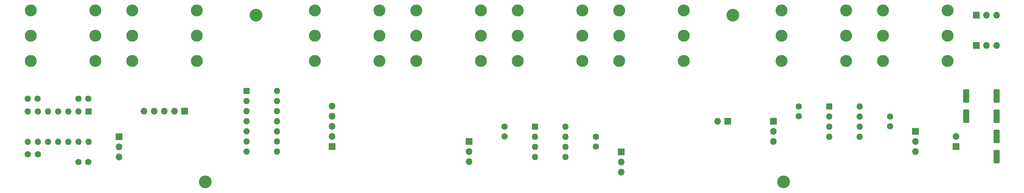
<source format=gbr>
%TF.GenerationSoftware,KiCad,Pcbnew,(6.0.10)*%
%TF.CreationDate,2023-04-08T13:18:27+03:00*%
%TF.ProjectId,DelSol_Mixer,44656c53-6f6c-45f4-9d69-7865722e6b69,rev?*%
%TF.SameCoordinates,Original*%
%TF.FileFunction,Soldermask,Top*%
%TF.FilePolarity,Negative*%
%FSLAX46Y46*%
G04 Gerber Fmt 4.6, Leading zero omitted, Abs format (unit mm)*
G04 Created by KiCad (PCBNEW (6.0.10)) date 2023-04-08 13:18:27*
%MOMM*%
%LPD*%
G01*
G04 APERTURE LIST*
G04 Aperture macros list*
%AMRoundRect*
0 Rectangle with rounded corners*
0 $1 Rounding radius*
0 $2 $3 $4 $5 $6 $7 $8 $9 X,Y pos of 4 corners*
0 Add a 4 corners polygon primitive as box body*
4,1,4,$2,$3,$4,$5,$6,$7,$8,$9,$2,$3,0*
0 Add four circle primitives for the rounded corners*
1,1,$1+$1,$2,$3*
1,1,$1+$1,$4,$5*
1,1,$1+$1,$6,$7*
1,1,$1+$1,$8,$9*
0 Add four rect primitives between the rounded corners*
20,1,$1+$1,$2,$3,$4,$5,0*
20,1,$1+$1,$4,$5,$6,$7,0*
20,1,$1+$1,$6,$7,$8,$9,0*
20,1,$1+$1,$8,$9,$2,$3,0*%
G04 Aperture macros list end*
%ADD10R,1.700000X1.700000*%
%ADD11O,1.700000X1.700000*%
%ADD12C,3.200000*%
%ADD13C,3.000000*%
%ADD14RoundRect,0.250000X0.550000X-1.412500X0.550000X1.412500X-0.550000X1.412500X-0.550000X-1.412500X0*%
%ADD15RoundRect,0.250000X-0.550000X1.412500X-0.550000X-1.412500X0.550000X-1.412500X0.550000X1.412500X0*%
%ADD16C,1.600000*%
%ADD17R,1.600000X1.600000*%
%ADD18O,1.600000X1.600000*%
G04 APERTURE END LIST*
D10*
X238760000Y-52070000D03*
D11*
X238760000Y-54610000D03*
X238760000Y-57150000D03*
D12*
X205740000Y-64770000D03*
D13*
X88405000Y-28025000D03*
X104635000Y-28025000D03*
X88405000Y-21675000D03*
X104635000Y-21675000D03*
X88405000Y-34375000D03*
X104635000Y-34375000D03*
D14*
X259080000Y-58417500D03*
X259080000Y-53342500D03*
D10*
X127000000Y-54610000D03*
D11*
X127000000Y-57150000D03*
X127000000Y-59690000D03*
D15*
X251460000Y-43182500D03*
X251460000Y-48257500D03*
D10*
X254000000Y-22860000D03*
D11*
X256540000Y-22860000D03*
X259080000Y-22860000D03*
D13*
X230645000Y-28025000D03*
X246875000Y-28025000D03*
X230645000Y-21675000D03*
X246875000Y-21675000D03*
X230645000Y-34375000D03*
X246875000Y-34375000D03*
X139205000Y-28025000D03*
X155435000Y-28025000D03*
X139205000Y-21675000D03*
X155435000Y-21675000D03*
X139205000Y-34375000D03*
X155435000Y-34375000D03*
D16*
X135890000Y-53340000D03*
X135890000Y-50840000D03*
D13*
X205245000Y-28025000D03*
X221475000Y-28025000D03*
X205245000Y-21675000D03*
X221475000Y-21675000D03*
X205245000Y-34375000D03*
X221475000Y-34375000D03*
D10*
X55875000Y-46990000D03*
D11*
X53335000Y-46990000D03*
X50795000Y-46990000D03*
X48255000Y-46990000D03*
X45715000Y-46990000D03*
D16*
X209550000Y-48260000D03*
X209550000Y-45760000D03*
D12*
X73660000Y-22860000D03*
D13*
X17285000Y-28025000D03*
X33515000Y-28025000D03*
X17285000Y-21675000D03*
X33515000Y-21675000D03*
X17285000Y-34375000D03*
X33515000Y-34375000D03*
D16*
X29210000Y-43815000D03*
X31710000Y-43815000D03*
D10*
X191770000Y-49530000D03*
D11*
X189230000Y-49530000D03*
D10*
X248920000Y-55880000D03*
D11*
X248920000Y-53340000D03*
D12*
X193040000Y-22860000D03*
D13*
X164605000Y-28025000D03*
X180835000Y-28025000D03*
X164605000Y-21675000D03*
X180835000Y-21675000D03*
X164605000Y-34375000D03*
X180835000Y-34375000D03*
D16*
X29215000Y-59700000D03*
X31715000Y-59700000D03*
D13*
X42685000Y-28025000D03*
X58915000Y-28025000D03*
X42685000Y-21675000D03*
X58915000Y-21675000D03*
X42685000Y-34375000D03*
X58915000Y-34375000D03*
D14*
X259080000Y-48257500D03*
X259080000Y-43182500D03*
D10*
X39370000Y-53355000D03*
D11*
X39370000Y-55895000D03*
X39370000Y-58435000D03*
D12*
X60960000Y-64770000D03*
D17*
X217180000Y-45730000D03*
D18*
X217180000Y-48270000D03*
X217180000Y-50810000D03*
X217180000Y-53350000D03*
X224800000Y-53350000D03*
X224800000Y-50810000D03*
X224800000Y-48270000D03*
X224800000Y-45730000D03*
D10*
X203200000Y-49530000D03*
D11*
X203200000Y-52070000D03*
X203200000Y-54610000D03*
D17*
X71300000Y-41910000D03*
D18*
X71300000Y-44450000D03*
X71300000Y-46990000D03*
X71300000Y-49530000D03*
X71300000Y-52070000D03*
X71300000Y-54610000D03*
X71300000Y-57150000D03*
X78920000Y-57150000D03*
X78920000Y-54610000D03*
X78920000Y-52070000D03*
X78920000Y-49530000D03*
X78920000Y-46990000D03*
X78920000Y-44450000D03*
X78920000Y-41910000D03*
D17*
X143520000Y-50810000D03*
D18*
X143520000Y-53350000D03*
X143520000Y-55890000D03*
X143520000Y-58430000D03*
X151140000Y-58430000D03*
X151140000Y-55890000D03*
X151140000Y-53350000D03*
X151140000Y-50810000D03*
D16*
X158750000Y-55880000D03*
X158750000Y-53380000D03*
D10*
X254000000Y-30480000D03*
D11*
X256540000Y-30480000D03*
X259080000Y-30480000D03*
D17*
X31755000Y-47000000D03*
D18*
X29215000Y-47000000D03*
X26675000Y-47000000D03*
X24135000Y-47000000D03*
X21595000Y-47000000D03*
X19055000Y-47000000D03*
X16515000Y-47000000D03*
X16515000Y-54620000D03*
X19055000Y-54620000D03*
X21595000Y-54620000D03*
X24135000Y-54620000D03*
X26675000Y-54620000D03*
X29215000Y-54620000D03*
X31755000Y-54620000D03*
D16*
X232410000Y-50800000D03*
X232410000Y-48300000D03*
D10*
X165100000Y-57165000D03*
D11*
X165100000Y-59705000D03*
X165100000Y-62245000D03*
D16*
X19050000Y-57785000D03*
X16550000Y-57785000D03*
D10*
X92710000Y-55880000D03*
D11*
X92710000Y-53340000D03*
X92710000Y-50800000D03*
X92710000Y-48260000D03*
X92710000Y-45720000D03*
D13*
X113805000Y-28025000D03*
X130035000Y-28025000D03*
X113805000Y-21675000D03*
X130035000Y-21675000D03*
X113805000Y-34375000D03*
X130035000Y-34375000D03*
D16*
X19030000Y-43815000D03*
X16530000Y-43815000D03*
M02*

</source>
